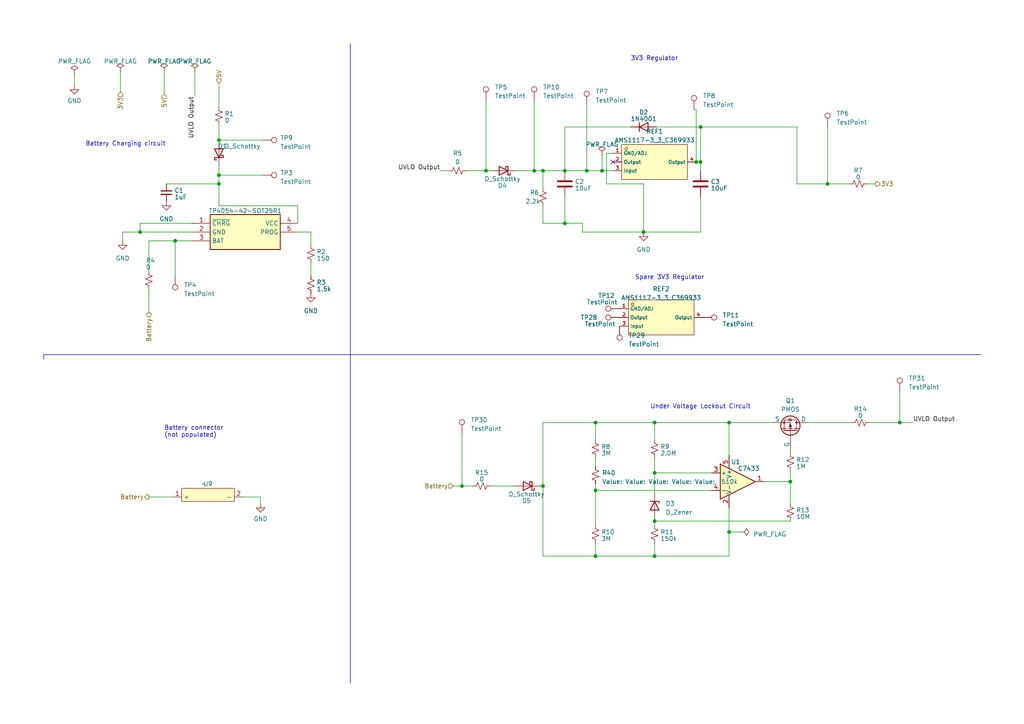
<source format=kicad_sch>
(kicad_sch (version 20230121) (generator eeschema)
  (paper "A4")
  (title_block (title "POWER MODULE") (date "2023-03-13") (rev "2") (company "UCT") (comment 1 "Author: Tinashe Timba"))
  (lib_symbols
    (symbol "Amplifier_Operational:AD8603" (pin_names (offset 0.127))
      (property "Reference" "U" (at 0 5.08 0))
      (property "Value" "AD8603" (at 0 -5.08 0))
      (symbol "AD8603_0_1"
        (polyline (pts (xy -5.08 5.08) (xy 5.08 0) (xy -5.08 -5.08) (xy -5.08 5.08)) (stroke (width 0.254)) (fill (type background)))
        (pin power_in line (at -2.54 -7.62 90) (length 3.81) (name "V-") (number "2"))
        (pin power_in line (at -2.54 7.62 270) (length 3.81) (name "V+") (number "5"))
      )
      (symbol "AD8603_1_1"
        (pin output line (at 7.62 0 180) (length 2.54) (name "~") (number "1"))
        (pin input line (at -7.62 2.54 0) (length 2.54) (name "+") (number "3"))
        (pin input line (at -7.62 -2.54 0) (length 2.54) (name "-") (number "4"))
      )
    )
    (symbol "Battery:18650"
      (property "Reference" "U9" (at 1.27 0 0))
      (property "Value" "~" (at 0 0 0))
      (symbol "18650_0_1"
        (rectangle (start -6.35 -1.27) (end 8.89 -5.08) (fill (type background)))
      )
      (symbol "18650_1_1"
        (pin power_out line (at -8.89 -3.81 0) (length 2.54) (name "+") (number "1"))
        (pin power_out line (at 11.43 -3.81 180) (length 2.54) (name "-") (number "2"))
      )
    )
    (symbol "Connector:TestPoint" (pin_numbers hide) (pin_names (offset 0.762) hide)
      (property "Reference" "TP" (at 0 6.858 0))
      (property "Value" "TestPoint" (at 0 5.08 0))
      (symbol "TestPoint_0_1"
        (circle (center 0 3.302) (radius 0.762))
      )
      (symbol "TestPoint_1_1"
        (pin passive line (at 0 0 90) (length 2.54) (name "1") (number "1"))
      )
    )
    (symbol "D_Schottky_1" (pin_numbers hide) (pin_names (offset 1.016) hide)
      (property "Reference" "D5" (at 0.3175 4.2799 0))
      (property "Value" "D_Schottky" (at 0.3175 2.3589 0))
      (symbol "D_Schottky_1_0_1"
        (polyline (pts (xy 1.27 0) (xy -1.27 0)))
        (polyline (pts (xy 1.27 1.27) (xy 1.27 -1.27) (xy -1.27 0) (xy 1.27 1.27)) (stroke (width 0.254)))
        (polyline (pts (xy -1.905 0.635) (xy -1.905 1.27) (xy -1.27 1.27) (xy -1.27 -1.27) (xy -0.635 -1.27) (xy -0.635 -0.635)) (stroke (width 0.254)))
      )
      (symbol "D_Schottky_1_1_1"
        (pin passive line (at 3.81 0 180) (length 2.54) (name "A") (number "A"))
        (pin passive line (at -3.81 0 0) (length 2.54) (name "K") (number "C"))
      )
    )
    (symbol "D_Schottky_2" (pin_numbers hide) (pin_names (offset 1.016) hide)
      (property "Reference" "D4" (at 0.3175 4.2799 0))
      (property "Value" "D_Schottky" (at 0.3175 2.3589 0))
      (symbol "D_Schottky_2_0_1"
        (polyline (pts (xy 1.27 0) (xy -1.27 0)))
        (polyline (pts (xy 1.27 1.27) (xy 1.27 -1.27) (xy -1.27 0) (xy 1.27 1.27)) (stroke (width 0.254)))
        (polyline (pts (xy -1.905 0.635) (xy -1.905 1.27) (xy -1.27 1.27) (xy -1.27 -1.27) (xy -0.635 -1.27) (xy -0.635 -0.635)) (stroke (width 0.254)))
      )
      (symbol "D_Schottky_2_1_1"
        (pin passive line (at 3.81 0 180) (length 2.54) (name "A") (number "A"))
        (pin passive line (at -3.81 0 0) (length 2.54) (name "K") (number "C"))
      )
    )
    (symbol "Device:C" (pin_numbers hide) (pin_names (offset 0.254))
      (property "Reference" "C" (at 0.635 2.54 0))
      (property "Value" "C" (at 0.635 -2.54 0))
      (symbol "C_0_1"
        (polyline (pts (xy -2.032 -0.762) (xy 2.032 -0.762)) (stroke (width 0.508)))
        (polyline (pts (xy -2.032 0.762) (xy 2.032 0.762)) (stroke (width 0.508)))
      )
      (symbol "C_1_1"
        (pin passive line (at 0 3.81 270) (length 2.794) (name "~") (number "1"))
        (pin passive line (at 0 -3.81 90) (length 2.794) (name "~") (number "2"))
      )
    )
    (symbol "Device:C_Small" (pin_numbers hide) (pin_names (offset 0.254) hide)
      (property "Reference" "C" (at 0.254 1.778 0))
      (property "Value" "C_Small" (at 0.254 -2.032 0))
      (symbol "C_Small_0_1"
        (polyline (pts (xy -1.524 -0.508) (xy 1.524 -0.508)) (stroke (width 0.3302)))
        (polyline (pts (xy -1.524 0.508) (xy 1.524 0.508)) (stroke (width 0.3048)))
      )
      (symbol "C_Small_1_1"
        (pin passive line (at 0 2.54 270) (length 2.032) (name "~") (number "1"))
        (pin passive line (at 0 -2.54 90) (length 2.032) (name "~") (number "2"))
      )
    )
    (symbol "Device:D_Schottky" (pin_numbers hide) (pin_names (offset 1.016) hide)
      (property "Reference" "D1" (at 2.032 0.3262 90))
      (property "Value" "D_Schottky" (at 2.032 -1.5948 90))
      (symbol "D_Schottky_0_1"
        (polyline (pts (xy 1.27 0) (xy -1.27 0)))
        (polyline (pts (xy 1.27 1.27) (xy 1.27 -1.27) (xy -1.27 0) (xy 1.27 1.27)) (stroke (width 0.254)))
        (polyline (pts (xy -1.905 0.635) (xy -1.905 1.27) (xy -1.27 1.27) (xy -1.27 -1.27) (xy -0.635 -1.27) (xy -0.635 -0.635)) (stroke (width 0.254)))
      )
      (symbol "D_Schottky_1_1"
        (pin passive line (at 3.81 0 180) (length 2.54) (name "A") (number "A"))
        (pin passive line (at -3.81 0 0) (length 2.54) (name "K") (number "C"))
      )
    )
    (symbol "Device:D_Zener" (pin_numbers hide) (pin_names (offset 1.016) hide)
      (property "Reference" "D" (at 0 2.54 0))
      (property "Value" "D_Zener" (at 0 -2.54 0))
      (symbol "D_Zener_0_1"
        (polyline (pts (xy 1.27 0) (xy -1.27 0)))
        (polyline (pts (xy -1.27 -1.27) (xy -1.27 1.27) (xy -0.762 1.27)) (stroke (width 0.254)))
        (polyline (pts (xy 1.27 -1.27) (xy 1.27 1.27) (xy -1.27 0) (xy 1.27 -1.27)) (stroke (width 0.254)))
      )
      (symbol "D_Zener_1_1"
        (pin passive line (at -3.81 0 0) (length 2.54) (name "K") (number "1"))
        (pin passive line (at 3.81 0 180) (length 2.54) (name "A") (number "2"))
      )
    )
    (symbol "Device:R_Small_US" (pin_numbers hide) (pin_names (offset 0.254) hide)
      (property "Reference" "R" (at 0.762 0.508 0))
      (property "Value" "R_Small_US" (at 0.762 -1.016 0))
      (symbol "R_Small_US_1_1"
        (polyline (pts (xy 0 0) (xy 1.016 -0.381) (xy 0 -0.762) (xy -1.016 -1.143) (xy 0 -1.524)))
        (polyline (pts (xy 0 1.524) (xy 1.016 1.143) (xy 0 0.762) (xy -1.016 0.381) (xy 0 0)))
        (pin passive line (at 0 2.54 270) (length 1.016) (name "~") (number "1"))
        (pin passive line (at 0 -2.54 90) (length 1.016) (name "~") (number "2"))
      )
    )
    (symbol "Diode:1N4001" (pin_numbers hide) (pin_names hide)
      (property "Reference" "D" (at 0 2.54 0))
      (property "Value" "1N4001" (at 0 -2.54 0))
      (symbol "1N4001_0_1"
        (polyline (pts (xy -1.27 1.27) (xy -1.27 -1.27)) (stroke (width 0.254)))
        (polyline (pts (xy 1.27 0) (xy -1.27 0)))
        (polyline (pts (xy 1.27 1.27) (xy 1.27 -1.27) (xy -1.27 0) (xy 1.27 1.27)) (stroke (width 0.254)))
      )
      (symbol "1N4001_1_1"
        (pin passive line (at -3.81 0 0) (length 2.54) (name "K") (number "1"))
        (pin passive line (at 3.81 0 180) (length 2.54) (name "A") (number "2"))
      )
    )
    (symbol "Simulation_SPICE:PMOS" (pin_numbers hide) (pin_names (offset 0))
      (property "Reference" "Q" (at 5.08 1.27 0))
      (property "Value" "PMOS" (at 5.08 -1.27 0))
      (symbol "PMOS_0_1"
        (polyline (pts (xy 0.254 0) (xy -2.54 0)))
        (polyline (pts (xy 0.254 1.905) (xy 0.254 -1.905)) (stroke (width 0.254)))
        (polyline (pts (xy 0.762 -1.27) (xy 0.762 -2.286)) (stroke (width 0.254)))
        (polyline (pts (xy 0.762 0.508) (xy 0.762 -0.508)) (stroke (width 0.254)))
        (polyline (pts (xy 0.762 2.286) (xy 0.762 1.27)) (stroke (width 0.254)))
        (polyline (pts (xy 2.54 2.54) (xy 2.54 1.778)))
        (polyline (pts (xy 2.54 -2.54) (xy 2.54 0) (xy 0.762 0)))
        (polyline (pts (xy 0.762 1.778) (xy 3.302 1.778) (xy 3.302 -1.778) (xy 0.762 -1.778)))
        (polyline (pts (xy 2.286 0) (xy 1.27 0.381) (xy 1.27 -0.381) (xy 2.286 0)) (fill (type outline)))
        (polyline (pts (xy 2.794 -0.508) (xy 2.921 -0.381) (xy 3.683 -0.381) (xy 3.81 -0.254)))
        (polyline (pts (xy 3.302 -0.381) (xy 2.921 0.254) (xy 3.683 0.254) (xy 3.302 -0.381)))
        (circle (center 1.651 0) (radius 2.794) (stroke (width 0.254)))
        (circle (center 2.54 -1.778) (radius 0.254) (fill (type outline)))
        (circle (center 2.54 1.778) (radius 0.254) (fill (type outline)))
      )
      (symbol "PMOS_1_1"
        (pin passive line (at 2.54 5.08 270) (length 2.54) (name "D") (number "1"))
        (pin input line (at -5.08 0 0) (length 2.54) (name "G") (number "2"))
        (pin passive line (at 2.54 -5.08 90) (length 2.54) (name "S") (number "3"))
      )
    )
    (symbol "TP4054-42-SOT25-R:TP4054-42-SOT25-R"
      (property "Reference" "IC" (at 26.67 7.62 0))
      (property "Value" "TP4054-42-SOT25-R" (at 26.67 5.08 0))
      (symbol "TP4054-42-SOT25-R_1_1"
        (rectangle (start 5.08 2.54) (end 25.4 -7.62) (stroke (width 0.254)) (fill (type background)))
        (pin passive line (at 0 0 0) (length 5.08) (name "~{CHRG}") (number "1"))
        (pin passive line (at 0 -2.54 0) (length 5.08) (name "GND") (number "2"))
        (pin passive line (at 0 -5.08 0) (length 5.08) (name "BAT") (number "3"))
        (pin passive line (at 30.48 0 180) (length 5.08) (name "VCC") (number "4"))
        (pin passive line (at 30.48 -2.54 180) (length 5.08) (name "PROG") (number "5"))
      )
    )
    (symbol "ams:AMS1117-3_3_C369933"
      (property "Reference" "REF" (at 0 1.27 0))
      (property "Value" "AMS1117-3_3_C369933" (at 0 -2.54 0))
      (symbol "AMS1117-3_3_C369933_0_1"
        (rectangle (start -10.16 5.08) (end 8.89 -5.08) (fill (type background)))
        (circle (center -8.89 3.81) (radius 0.381) (fill (type background)))
        (pin unspecified line (at -12.7 2.54 0) (length 2.54) (name "GND/ADJ") (number "1"))
        (pin unspecified line (at -12.7 0 0) (length 2.54) (name "Output") (number "2"))
        (pin unspecified line (at -12.7 -2.54 0) (length 2.54) (name "Input") (number "3"))
        (pin unspecified line (at 11.43 0 180) (length 2.54) (name "Output") (number "4"))
      )
    )
    (symbol "power:GND" (power) (pin_names (offset 0))
      (property "Value" "GND" (at 0 -3.81 0))
      (symbol "GND_0_1"
        (polyline (pts (xy 0 0) (xy 0 -1.27) (xy 1.27 -1.27) (xy 0 -2.54) (xy -1.27 -1.27) (xy 0 -1.27)))
      )
      (symbol "GND_1_1"
        (pin power_in line (at 0 0 270) (length 0) hide (name "GND") (number "1"))
      )
    )
    (symbol "power:PWR_FLAG" (power) (pin_numbers hide) (pin_names (offset 0) hide)
      (property "Value" "PWR_FLAG" (at 0 3.81 0))
      (symbol "PWR_FLAG_0_0"
        (pin power_out line (at 0 0 90) (length 0) (name "pwr") (number "1"))
      )
      (symbol "PWR_FLAG_0_1"
        (polyline (pts (xy 0 0) (xy 0 1.27) (xy -1.016 1.905) (xy 0 2.54) (xy 1.016 1.905) (xy 0 1.27)))
      )
    )
  )
  (junction (at 189.865 161.29))
  (junction (at 157.48 140.97))
  (junction (at 157.48 49.53))
  (junction (at 211.455 154.305))
  (junction (at 172.72 142.24))
  (junction (at 154.94 49.53))
  (junction (at 189.865 137.16))
  (junction (at 172.72 161.29))
  (junction (at 163.83 49.53))
  (junction (at 186.69 67.31))
  (junction (at 140.97 49.53))
  (junction (at 203.2 46.99))
  (junction (at 172.72 122.555))
  (junction (at 240.03 53.34))
  (junction (at 201.93 46.99))
  (junction (at 63.5 40.64))
  (junction (at 63.5 53.34))
  (junction (at 174.625 49.53))
  (junction (at 170.18 49.53))
  (junction (at 163.83 64.77))
  (junction (at 211.455 122.555))
  (junction (at 63.5 50.8))
  (junction (at 260.985 122.555))
  (junction (at 203.2 36.83))
  (junction (at 50.8 69.85))
  (junction (at 189.865 151.13))
  (junction (at 40.64 67.31))
  (junction (at 133.985 140.97))
  (junction (at 189.865 122.555))
  (junction (at 229.235 139.7))
  (no_connect (at 177.8 46.99))
  (wire (pts (xy 86.36 67.31) (xy 90.17 67.31)))
  (wire (pts (xy 133.985 125.73) (xy 133.985 140.97)))
  (wire (pts (xy 186.69 53.34) (xy 186.69 67.31)))
  (wire (pts (xy 40.64 64.77) (xy 40.64 67.31)))
  (wire (pts (xy 260.985 122.555) (xy 264.795 122.555)))
  (wire (pts (xy 43.18 69.85) (xy 43.18 78.74)))
  (wire (pts (xy 203.2 36.83) (xy 231.14 36.83)))
  (wire (pts (xy 229.235 151.13) (xy 189.865 151.13)))
  (wire (pts (xy 40.64 67.31) (xy 55.88 67.31)))
  (wire (pts (xy 63.5 53.34) (xy 63.5 59.69)))
  (wire (pts (xy 157.48 140.97) (xy 157.48 161.29)))
  (wire (pts (xy 189.865 150.495) (xy 189.865 151.13)))
  (wire (pts (xy 175.895 44.45) (xy 175.895 53.34)))
  (wire (pts (xy 189.865 151.13) (xy 189.865 152.4)))
  (wire (pts (xy 172.72 161.29) (xy 189.865 161.29)))
  (wire (pts (xy 47.625 20.955) (xy 47.625 27.305)))
  (wire (pts (xy 182.88 36.83) (xy 163.83 36.83)))
  (wire (pts (xy 63.5 40.64) (xy 76.2 40.64)))
  (wire (pts (xy 63.5 50.8) (xy 63.5 53.34)))
  (wire (pts (xy 201.93 31.75) (xy 201.295 31.75)))
  (wire (pts (xy 163.83 49.53) (xy 170.18 49.53)))
  (polyline (pts (xy 12.7 102.87) (xy 12.7 104.14)))
  (wire (pts (xy 189.865 122.555) (xy 211.455 122.555)))
  (wire (pts (xy 189.865 127.635) (xy 189.865 122.555)))
  (wire (pts (xy 40.64 67.31) (xy 35.56 67.31)))
  (wire (pts (xy 157.48 122.555) (xy 157.48 140.97)))
  (wire (pts (xy 157.48 59.69) (xy 157.48 64.77)))
  (wire (pts (xy 135.255 49.53) (xy 140.97 49.53)))
  (wire (pts (xy 203.2 49.53) (xy 203.2 46.99)))
  (wire (pts (xy 203.2 46.99) (xy 203.2 36.83)))
  (wire (pts (xy 75.565 144.145) (xy 75.565 146.05)))
  (wire (pts (xy 86.36 59.69) (xy 86.36 64.77)))
  (wire (pts (xy 70.485 144.145) (xy 75.565 144.145)))
  (wire (pts (xy 172.72 122.555) (xy 189.865 122.555)))
  (wire (pts (xy 63.5 24.13) (xy 63.5 31.115)))
  (wire (pts (xy 252.095 122.555) (xy 260.985 122.555)))
  (wire (pts (xy 163.83 64.77) (xy 163.83 57.15)))
  (wire (pts (xy 140.97 49.53) (xy 142.24 49.53)))
  (wire (pts (xy 34.925 20.955) (xy 34.925 26.67)))
  (wire (pts (xy 172.72 132.715) (xy 172.72 135.255)))
  (polyline (pts (xy 101.6 102.87) (xy 284.48 102.87)))
  (polyline (pts (xy 101.6 12.7) (xy 101.6 102.87)))
  (wire (pts (xy 240.03 36.83) (xy 240.03 53.34)))
  (wire (pts (xy 201.93 46.99) (xy 201.93 31.75)))
  (polyline (pts (xy 101.6 102.87) (xy 12.7 102.87)))
  (wire (pts (xy 43.18 83.82) (xy 43.18 90.805)))
  (wire (pts (xy 177.8 44.45) (xy 175.895 44.45)))
  (wire (pts (xy 174.625 49.53) (xy 177.8 49.53)))
  (wire (pts (xy 221.615 139.7) (xy 229.235 139.7)))
  (wire (pts (xy 154.94 49.53) (xy 157.48 49.53)))
  (wire (pts (xy 189.865 137.16) (xy 206.375 137.16)))
  (wire (pts (xy 154.94 29.21) (xy 154.94 49.53)))
  (wire (pts (xy 63.5 59.69) (xy 86.36 59.69)))
  (wire (pts (xy 206.375 142.24) (xy 172.72 142.24)))
  (wire (pts (xy 157.48 161.29) (xy 172.72 161.29)))
  (wire (pts (xy 43.18 69.85) (xy 50.8 69.85)))
  (wire (pts (xy 156.845 140.97) (xy 157.48 140.97)))
  (wire (pts (xy 157.48 64.77) (xy 163.83 64.77)))
  (wire (pts (xy 43.18 144.145) (xy 50.165 144.145)))
  (wire (pts (xy 240.03 53.34) (xy 246.38 53.34)))
  (wire (pts (xy 157.48 49.53) (xy 163.83 49.53)))
  (wire (pts (xy 211.455 147.32) (xy 211.455 154.305)))
  (wire (pts (xy 170.18 30.48) (xy 170.18 49.53)))
  (wire (pts (xy 163.83 64.77) (xy 168.91 64.77)))
  (wire (pts (xy 229.235 130.175) (xy 229.235 131.445)))
  (wire (pts (xy 131.445 140.97) (xy 133.985 140.97)))
  (wire (pts (xy 149.86 49.53) (xy 154.94 49.53)))
  (wire (pts (xy 133.985 140.97) (xy 137.16 140.97)))
  (wire (pts (xy 189.865 161.29) (xy 189.865 157.48)))
  (wire (pts (xy 63.5 50.8) (xy 76.2 50.8)))
  (wire (pts (xy 168.91 64.77) (xy 168.91 67.31)))
  (wire (pts (xy 127.635 49.53) (xy 130.175 49.53)))
  (wire (pts (xy 142.24 140.97) (xy 149.225 140.97)))
  (wire (pts (xy 203.2 67.31) (xy 186.69 67.31)))
  (wire (pts (xy 50.8 80.01) (xy 50.8 69.85)))
  (wire (pts (xy 234.315 122.555) (xy 247.015 122.555)))
  (wire (pts (xy 35.56 67.31) (xy 35.56 69.85)))
  (wire (pts (xy 211.455 154.305) (xy 211.455 161.29)))
  (wire (pts (xy 189.865 137.16) (xy 189.865 142.875)))
  (wire (pts (xy 21.59 21.59) (xy 21.59 24.765)))
  (wire (pts (xy 172.72 127.635) (xy 172.72 122.555)))
  (wire (pts (xy 186.69 67.31) (xy 168.91 67.31)))
  (wire (pts (xy 157.48 122.555) (xy 172.72 122.555)))
  (wire (pts (xy 231.14 36.83) (xy 231.14 53.34)))
  (wire (pts (xy 63.5 48.26) (xy 63.5 50.8)))
  (wire (pts (xy 260.985 113.665) (xy 260.985 122.555)))
  (wire (pts (xy 140.97 29.21) (xy 140.97 49.53)))
  (wire (pts (xy 172.72 140.335) (xy 172.72 142.24)))
  (wire (pts (xy 174.625 45.085) (xy 174.625 49.53)))
  (wire (pts (xy 56.515 20.955) (xy 56.515 27.94)))
  (wire (pts (xy 50.8 69.85) (xy 55.88 69.85)))
  (wire (pts (xy 229.235 139.7) (xy 229.235 146.05)))
  (wire (pts (xy 175.895 53.34) (xy 186.69 53.34)))
  (wire (pts (xy 231.14 53.34) (xy 240.03 53.34)))
  (wire (pts (xy 172.72 142.24) (xy 172.72 152.4)))
  (wire (pts (xy 229.235 136.525) (xy 229.235 139.7)))
  (wire (pts (xy 157.48 49.53) (xy 157.48 54.61)))
  (wire (pts (xy 201.93 46.99) (xy 203.2 46.99)))
  (wire (pts (xy 163.83 36.83) (xy 163.83 49.53)))
  (wire (pts (xy 203.2 36.83) (xy 190.5 36.83)))
  (wire (pts (xy 90.17 76.2) (xy 90.17 80.01)))
  (wire (pts (xy 189.865 132.715) (xy 189.865 137.16)))
  (wire (pts (xy 170.18 49.53) (xy 174.625 49.53)))
  (wire (pts (xy 211.455 161.29) (xy 189.865 161.29)))
  (wire (pts (xy 251.46 53.34) (xy 254 53.34)))
  (wire (pts (xy 211.455 122.555) (xy 224.155 122.555)))
  (wire (pts (xy 40.64 64.77) (xy 55.88 64.77)))
  (wire (pts (xy 211.455 154.305) (xy 214.63 154.305)))
  (polyline (pts (xy 101.6 102.87) (xy 101.6 198.12)))
  (wire (pts (xy 90.17 67.31) (xy 90.17 71.12)))
  (wire (pts (xy 203.2 57.15) (xy 203.2 67.31)))
  (wire (pts (xy 211.455 122.555) (xy 211.455 132.08)))
  (wire (pts (xy 172.72 157.48) (xy 172.72 161.29)))
  (wire (pts (xy 48.26 53.34) (xy 63.5 53.34)))
  (wire (pts (xy 63.5 36.195) (xy 63.5 40.64)))
  (text "Battery connector\n(not populated)\n" (at 47.625 127 0) (effects (font (size 1.27 1.27)) (justify left bottom)))
  (text "Spare 3V3 Regulator" (at 184.15 81.28 0) (effects (font (size 1.27 1.27)) (justify left bottom)))
  (text "Under Voltage Lockout Circuit\n" (at 188.595 118.745 0) (effects (font (size 1.27 1.27)) (justify left bottom)))
  (text "3V3 Regulator" (at 182.88 17.78 0) (effects (font (size 1.27 1.27)) (justify left bottom)))
  (text "Battery Charging circuit" (at 24.765 42.545 0) (effects (font (size 1.27 1.27)) (justify left bottom)))
  (label "UVLO Output" (at 127.635 49.53 180))
  (label "UVLO Output" (at 264.795 122.555 0))
  (label "UVLO Output" (at 56.515 27.94 270))
  (hierarchical_label "Battery" (shape output) (at 43.18 90.805 270))
  (hierarchical_label "Battery" (shape input) (at 131.445 140.97 180))
  (hierarchical_label "3V3" (shape output) (at 254 53.34 0))
  (hierarchical_label "Battery" (shape output) (at 43.18 144.145 180))
  (hierarchical_label "5V" (shape input) (at 63.5 24.13 90))
  (hierarchical_label "3V3" (shape input) (at 34.925 26.67 270))
  (hierarchical_label "5V" (shape input) (at 47.625 27.305 270))
  (symbol (lib_id "Connector:TestPoint") (at 240.03 36.83 0) (unit 1)
    (property "Reference" "TP6" (at 242.57 32.893 0) (effects (justify left)))
    (property "Value" "TestPoint" (at 242.57 35.433 0) (effects (justify left)))
    (property "Footprint" "TestPoint:TestPoint_Pad_D2.0mm" (effects hide))
    (property "PART " "    TP6" (effects hide))
  )
  (symbol (lib_id "Battery:18650") (at 59.055 140.335 0) (unit 1)
    (property "Reference" "U9" (at 60.325 140.335 0))
    (property "Value" "~" (at 59.055 140.335 0))
    (property "Footprint" "footprints:18650_Holder_SMD" (effects hide))
  )
  (symbol (lib_id "Device:R_Small_US") (at 172.72 154.94 0) (unit 1)
    (property "Reference" "R10" (at 174.371 154.2963 0) (effects (justify left)))
    (property "Value" "3M" (at 174.371 156.2173 0) (effects (justify left)))
    (property "Footprint" "footprint:R0603" (effects hide))
    (property "PART " "C23156" (effects hide))
    (property "Unit Price" "0.0013" (effects hide))
  )
  (symbol (lib_name "D_Schottky_2") (lib_id "Device:D_Schottky") (at 146.05 49.53 180) (unit 1)
    (property "Reference" "D4" (at 145.7325 53.8099 0))
    (property "Value" "D_Schottky" (at 145.7325 51.8889 0))
    (property "Footprint" "footprint:SOT323_INFINEON" (effects hide))
    (property "Unit Price" "0.0167" (effects hide))
    (property "PART " "    C191023" (effects hide))
  )
  (symbol (lib_id "Connector:TestPoint") (at 179.705 92.075 90) (unit 1)
    (property "Reference" "TP28" (at 170.815 92.075 90))
    (property "Value" "TestPoint" (at 173.99 93.98 90))
    (property "Footprint" "TestPoint:TestPoint_Pad_D2.0mm" (effects hide))
  )
  (symbol (lib_id "Connector:TestPoint") (at 76.2 40.64 270) (unit 1)
    (property "Reference" "TP9" (at 81.28 40.005 90) (effects (justify left)))
    (property "Value" "TestPoint" (at 81.28 42.545 90) (effects (justify left)))
    (property "Footprint" "TestPoint:TestPoint_Pad_D2.0mm" (effects hide))
    (property "PART " "    TP9" (effects hide))
  )
  (symbol (lib_id "Device:R_Small_US") (at 249.555 122.555 90) (unit 1)
    (property "Reference" "R14" (at 249.555 118.6561 90))
    (property "Value" "0" (at 249.555 120.5771 90))
    (property "Footprint" "footprint:RESC1005X40N" (effects hide))
    (property "PART " "   C17168" (effects hide))
    (property "Unit Price" "0.0005" (effects hide))
  )
  (symbol (lib_id "Device:R_Small_US") (at 189.865 154.94 0) (unit 1)
    (property "Reference" "R11" (at 191.516 154.2963 0) (effects (justify left)))
    (property "Value" "150k" (at 191.516 156.2173 0) (effects (justify left)))
    (property "Footprint" "footprint:R0603" (effects hide))
    (property "PART " "C22807" (effects hide))
    (property "Unit Price" "0.0010" (effects hide))
  )
  (symbol (lib_id "Device:R_Small_US") (at 90.17 82.55 0) (unit 1)
    (property "Reference" "R3" (at 91.821 81.9063 0) (effects (justify left)))
    (property "Value" "1.5k" (at 91.821 83.8273 0) (effects (justify left)))
    (property "Footprint" "footprint:R0402" (effects hide))
    (property "PART " "    C25867" (effects hide))
    (property "Unit Price" "0.0005 " (effects hide))
  )
  (symbol (lib_id "power:GND") (at 90.17 85.09 0) (unit 1)
    (property "Reference" "#PWR023" (effects hide))
    (property "Value" "GND" (at 90.17 90.17 0))
  )
  (symbol (lib_id "Device:C_Small") (at 48.26 55.88 0) (unit 1)
    (property "Reference" "C1" (at 50.5841 55.2426 0) (effects (justify left)))
    (property "Value" "1uF" (at 50.5841 57.1636 0) (effects (justify left)))
    (property "Footprint" "footprint:CAPC2012X140N" (effects hide))
    (property "PART " "    C28323" (effects hide))
    (property "Unit Price" "0.0058" (effects hide))
  )
  (symbol (lib_id "Device:R_Small_US") (at 43.18 81.28 0) (unit 1)
    (property "Reference" "R4" (at 42.291 75.5563 0) (effects (justify left)))
    (property "Value" "0" (at 42.291 77.4773 0) (effects (justify left)))
    (property "Footprint" "footprint:RESC1005X40N" (effects hide))
    (property "PART " "   C17168" (effects hide))
    (property "Unit Price" "0.0005" (effects hide))
  )
  (symbol (lib_id "Device:D_Schottky") (at 63.5 44.45 90) (unit 1)
    (property "Reference" "D1" (at 63.1738 42.418 90) (effects (justify right)))
    (property "Value" "D_Schottky" (at 65.0948 42.418 90) (effects (justify right)))
    (property "Footprint" "footprint:SOT323_INFINEON" (effects hide))
    (property "PART " "    C191023" (effects hide))
    (property "Unit Price" "0.0167" (effects hide))
  )
  (symbol (lib_id "Device:R_Small_US") (at 90.17 73.66 0) (unit 1)
    (property "Reference" "R2" (at 91.821 73.0163 0) (effects (justify left)))
    (property "Value" "150" (at 91.821 74.9373 0) (effects (justify left)))
    (property "Footprint" "footprint:R0603" (effects hide))
    (property "PART " "    C22808" (effects hide))
    (property "Unit Price" "0.0010" (effects hide))
  )
  (symbol (lib_id "Simulation_SPICE:PMOS") (at 229.235 125.095 270) (mirror x) (unit 1)
    (property "Reference" "Q1" (at 229.235 116.205 90))
    (property "Value" "PMOS" (at 229.235 118.745 90))
    (property "Footprint" "footprint:SOT-23-3_L3.0-W1.6-P1.90-LS2.8-BR" (effects hide))
    (property "Datasheet" "https://ngspice.sourceforge.io/docs/ngspice-manual.pdf" (effects hide))
    (property "Sim.Device" "PMOS" (effects hide))
    (property "Sim.Type" "VDMOS" (effects hide))
    (property "Sim.Pins" "1=D 2=G 3=S" (effects hide))
    (property "PART " "C2959854" (effects hide))
    (property "Unit Price" "0.0851" (effects hide))
  )
  (symbol (lib_id "Connector:TestPoint") (at 179.705 94.615 180) (unit 1)
    (property "Reference" "TP29" (at 182.245 97.282 0) (effects (justify right)))
    (property "Value" "TestPoint" (at 182.245 99.822 0) (effects (justify right)))
    (property "Footprint" "TestPoint:TestPoint_Pad_D2.0mm" (effects hide))
  )
  (symbol (lib_id "Device:R_Small_US") (at 172.72 137.795 0) (unit 1)
    (property "Reference" "R40" (at 174.625 137.16 0) (effects (justify left)))
    (property "Value" "Value: Value: Value: Value:  510k" (at 174.625 139.7 0) (show_name) (effects (justify left)))
    (property "Footprint" "footprint:R0402" (effects hide))
    (property "PART " "C11616" (effects hide))
    (property "Unit Price" "0.0005" (effects hide))
  )
  (symbol (lib_id "Device:R_Small_US") (at 132.715 49.53 90) (unit 1)
    (property "Reference" "R5" (at 132.715 44.45 90))
    (property "Value" "0" (at 132.715 46.99 90))
    (property "Footprint" "footprint:RESC1005X40N" (effects hide))
    (property "PART " "   C17168" (effects hide))
    (property "Unit Price" "0.0005" (effects hide))
  )
  (symbol (lib_id "Connector:TestPoint") (at 260.985 113.665 0) (unit 1)
    (property "Reference" "TP31" (at 263.525 109.728 0) (effects (justify left)))
    (property "Value" "TestPoint" (at 263.525 112.268 0) (effects (justify left)))
    (property "Footprint" "TestPoint:TestPoint_Pad_D2.0mm" (effects hide))
    (property "PART " "    TP8" (effects hide))
  )
  (symbol (lib_id "Device:C") (at 203.2 53.34 0) (unit 1)
    (property "Reference" "C3" (at 206.121 52.6963 0) (effects (justify left)))
    (property "Value" "10uF" (at 206.121 54.6173 0) (effects (justify left)))
    (property "Footprint" "footprint:CAPC1608X90N" (effects hide))
    (property "Unit Price" "0.0066" (effects hide))
    (property "PART " "    C19702" (effects hide))
  )
  (symbol (lib_name "D_Schottky_1") (lib_id "Device:D_Schottky") (at 153.035 140.97 180) (unit 1)
    (property "Reference" "D5" (at 152.7175 145.2499 0))
    (property "Value" "D_Schottky" (at 152.7175 143.3289 0))
    (property "Footprint" "footprint:SOT323_INFINEON" (effects hide))
    (property "Unit Price" "0.0167" (effects hide))
    (property "PART " "    C191023" (effects hide))
  )
  (symbol (lib_id "Device:R_Small_US") (at 139.7 140.97 90) (unit 1)
    (property "Reference" "R15" (at 139.7 137.0711 90))
    (property "Value" "0" (at 139.7 138.9921 90))
    (property "Footprint" "footprint:RESC1005X40N" (effects hide))
    (property "PART " "   C17168" (effects hide))
    (property "Unit Price" "0.0005" (effects hide))
  )
  (symbol (lib_id "power:GND") (at 35.56 69.85 0) (unit 1)
    (property "Reference" "#PWR024" (effects hide))
    (property "Value" "GND" (at 35.56 74.93 0))
  )
  (symbol (lib_id "Connector:TestPoint") (at 154.94 29.21 0) (unit 1)
    (property "Reference" "TP10" (at 157.48 25.273 0) (effects (justify left)))
    (property "Value" "TestPoint" (at 157.48 27.813 0) (effects (justify left)))
    (property "Footprint" "TestPoint:TestPoint_Pad_D2.0mm" (effects hide))
    (property "PART " "    TP10" (effects hide))
  )
  (symbol (lib_id "power:GND") (at 21.59 24.765 0) (unit 1)
    (property "Reference" "#PWR018" (effects hide))
    (property "Value" "GND" (at 21.59 29.21 0))
  )
  (symbol (lib_id "Device:R_Small_US") (at 229.235 133.985 0) (unit 1)
    (property "Reference" "R12" (at 230.886 133.3413 0) (effects (justify left)))
    (property "Value" "1M" (at 230.886 135.2623 0) (effects (justify left)))
    (property "Footprint" "footprint:R1206" (effects hide))
    (property "PART " "C17927" (effects hide))
    (property "Unit Price" "0.0031" (effects hide))
  )
  (symbol (lib_id "Device:R_Small_US") (at 248.92 53.34 90) (unit 1)
    (property "Reference" "R7" (at 248.92 49.4411 90))
    (property "Value" "0" (at 248.92 51.3621 90))
    (property "Footprint" "footprint:RESC1005X40N" (effects hide))
    (property "PART " "   C17168" (effects hide))
    (property "Unit Price" "0.0005" (effects hide))
  )
  (symbol (lib_id "power:PWR_FLAG") (at 174.625 45.085 0) (unit 1)
    (property "Reference" "#FLG05" (effects hide))
    (property "Value" "PWR_FLAG" (at 174.625 41.91 0))
  )
  (symbol (lib_id "Connector:TestPoint") (at 203.835 92.075 270) (unit 1)
    (property "Reference" "TP11" (at 209.55 91.44 90) (effects (justify left)))
    (property "Value" "TestPoint" (at 209.55 93.98 90) (effects (justify left)))
    (property "Footprint" "TestPoint:TestPoint_Pad_D2.0mm" (effects hide))
  )
  (symbol (lib_id "TP4054-42-SOT25-R:TP4054-42-SOT25-R") (at 55.88 64.77 0) (unit 1)
    (property "Reference" "TP4054-42-SOT25R1" (at 71.12 61.1411 0))
    (property "Value" "~" (at 55.88 64.77 0))
    (property "Footprint" "footprint:SOT-23-5_L3.0-W1.7-P0.95-LS2.8-BL" (effects hide))
    (property "PART " "    C32574" (effects hide))
    (property "Unit Price" "0.1433" (effects hide))
    (property "Height" "1" (effects hide))
    (property "Manufacturer_Name" "TOP POWER" (effects hide))
    (property "Manufacturer_Part_Number" "TP4054-42-SOT25-R" (effects hide))
  )
  (symbol (lib_id "Connector:TestPoint") (at 170.18 30.48 0) (unit 1)
    (property "Reference" "TP7" (at 172.72 26.543 0) (effects (justify left)))
    (property "Value" "TestPoint" (at 172.72 29.083 0) (effects (justify left)))
    (property "Footprint" "TestPoint:TestPoint_Pad_D2.0mm" (effects hide))
    (property "PART " "    TP7" (effects hide))
  )
  (symbol (lib_id "power:PWR_FLAG") (at 214.63 154.305 270) (unit 1)
    (property "Reference" "#FLG06" (effects hide))
    (property "Value" "PWR_FLAG" (at 218.44 154.94 90) (effects (justify left)))
  )
  (symbol (lib_id "power:GND") (at 186.69 67.31 0) (unit 1)
    (property "Reference" "#PWR05" (effects hide))
    (property "Value" "GND" (at 186.69 72.39 0))
  )
  (symbol (lib_id "power:GND") (at 75.565 146.05 0) (unit 1)
    (property "Reference" "#PWR010" (effects hide))
    (property "Value" "GND" (at 75.565 150.495 0))
  )
  (symbol (lib_id "Connector:TestPoint") (at 201.295 31.75 0) (unit 1)
    (property "Reference" "TP8" (at 203.835 27.813 0) (effects (justify left)))
    (property "Value" "TestPoint" (at 203.835 30.353 0) (effects (justify left)))
    (property "Footprint" "TestPoint:TestPoint_Pad_D2.0mm" (effects hide))
    (property "PART " "    TP8" (effects hide))
  )
  (symbol (lib_id "Amplifier_Operational:AD8603") (at 213.995 139.7 0) (unit 1)
    (property "Reference" "U1" (at 213.36 133.985 0))
    (property "Value" "C7433" (at 217.17 135.89 0))
    (property "Footprint" "footprint:SOIC-8_L4.9-W3.9-P1.27-LS6.0-BL" (effects hide))
    (property "Datasheet" "https://www.analog.com/media/en/technical-documentation/data-sheets/AD8603_8607_8609.pdf" (effects hide))
    (property "PART " "C7433" (effects hide))
    (property "Unit Price" "0.2804" (effects hide))
  )
  (symbol (lib_id "power:GND") (at 48.26 58.42 0) (unit 1)
    (property "Reference" "#PWR02" (effects hide))
    (property "Value" "GND" (at 48.26 63.5 0))
  )
  (symbol (lib_id "Connector:TestPoint") (at 140.97 29.21 0) (unit 1)
    (property "Reference" "TP5" (at 143.51 25.273 0) (effects (justify left)))
    (property "Value" "TestPoint" (at 143.51 27.813 0) (effects (justify left)))
    (property "Footprint" "TestPoint:TestPoint_Pad_D2.0mm" (effects hide))
    (property "PART " "    TP5" (effects hide))
  )
  (symbol (lib_id "ams:AMS1117-3_3_C369933") (at 190.5 46.99 0) (unit 1)
    (property "Reference" "REF1" (at 189.865 38.1 0))
    (property "Value" "AMS1117-3_3_C369933" (at 189.865 40.64 0))
    (property "Footprint" "footprint:SOT-223-4_L6.5-W3.5-P2.30-LS7.0-BR" (effects hide))
    (property "Datasheet" "https://item.szlcsc.com/84517.html" (effects hide))
    (property "LCSC" "C369933" (effects hide))
  )
  (symbol (lib_id "ams:AMS1117-3_3_C369933") (at 192.405 92.075 0) (unit 1)
    (property "Reference" "REF2" (at 191.77 83.82 0))
    (property "Value" "AMS1117-3_3_C369933" (at 191.77 86.36 0))
    (property "Footprint" "footprint:SOT-223-4_L6.5-W3.5-P2.30-LS7.0-BR" (effects hide))
    (property "Datasheet" "https://item.szlcsc.com/84517.html" (effects hide))
    (property "LCSC" "C369933" (effects hide))
  )
  (symbol (lib_id "Diode:1N4001") (at 186.69 36.83 0) (unit 1)
    (property "Reference" "D2" (at 186.69 32.5501 0))
    (property "Value" "1N4001" (at 186.69 34.4711 0))
    (property "Footprint" "footprint:SOD-123F_L2.8-W1.8-LS3.7-RD" (effects hide))
    (property "Datasheet" "http://www.vishay.com/docs/88503/1n4001.pdf" (effects hide))
    (property "Sim.Device" "D" (effects hide))
    (property "Sim.Pins" "1=K 2=A" (effects hide))
    (property "Unit Price" "0.0071" (effects hide))
    (property "PART " "C64898" (effects hide))
  )
  (symbol (lib_id "Device:C") (at 163.83 53.34 0) (unit 1)
    (property "Reference" "C2" (at 166.751 52.6963 0) (effects (justify left)))
    (property "Value" "10uF" (at 166.751 54.6173 0) (effects (justify left)))
    (property "Footprint" "footprint:CAPC1608X90N" (effects hide))
    (property "Unit Price" "0.0066" (effects hide))
    (property "PART " "    C19702" (effects hide))
  )
  (symbol (lib_id "power:PWR_FLAG") (at 47.625 20.955 0) (unit 1)
    (property "Reference" "#FLG03" (effects hide))
    (property "Value" "PWR_FLAG" (at 47.625 17.78 0))
  )
  (symbol (lib_id "Device:R_Small_US") (at 157.48 57.15 0) (unit 1)
    (property "Reference" "R6" (at 153.67 55.88 0) (effects (justify left)))
    (property "Value" "2.2k" (at 152.4 58.42 0) (effects (justify left)))
    (property "Footprint" "footprint:RESC1005X40N" (effects hide))
    (property "Unit Price" "0.0017" (effects hide))
    (property "PART " "    C17520" (effects hide))
  )
  (symbol (lib_id "Connector:TestPoint") (at 76.2 50.8 270) (unit 1)
    (property "Reference" "TP3" (at 81.28 50.165 90) (effects (justify left)))
    (property "Value" "TestPoint" (at 81.28 52.705 90) (effects (justify left)))
    (property "Footprint" "TestPoint:TestPoint_Pad_D2.0mm" (effects hide))
    (property "PART " "    TP3" (effects hide))
  )
  (symbol (lib_id "Device:R_Small_US") (at 189.865 130.175 0) (unit 1)
    (property "Reference" "R9" (at 191.516 129.5313 0) (effects (justify left)))
    (property "Value" "2.0M" (at 191.516 131.4523 0) (effects (justify left)))
    (property "Footprint" "footprint:R0603" (effects hide))
    (property "PART " "    C22976" (effects hide))
    (property "Unit Price" "0.0016" (effects hide))
  )
  (symbol (lib_id "Connector:TestPoint") (at 50.8 80.01 180) (unit 1)
    (property "Reference" "TP4" (at 53.34 82.677 0) (effects (justify right)))
    (property "Value" "TestPoint" (at 53.34 85.217 0) (effects (justify right)))
    (property "Footprint" "TestPoint:TestPoint_Pad_D2.0mm" (effects hide))
    (property "PART " "    TP4" (effects hide))
  )
  (symbol (lib_id "Device:R_Small_US") (at 229.235 148.59 0) (unit 1)
    (property "Reference" "R13" (at 230.886 147.9463 0) (effects (justify left)))
    (property "Value" "10M" (at 230.886 149.8673 0) (effects (justify left)))
    (property "Footprint" "footprint:R0805" (effects hide))
    (property "PART " "    C26108" (effects hide))
    (property "Unit Price" "0.0024" (effects hide))
  )
  (symbol (lib_id "Device:R_Small_US") (at 172.72 130.175 0) (unit 1)
    (property "Reference" "R8" (at 174.371 129.5313 0) (effects (justify left)))
    (property "Value" "3M" (at 174.371 131.4523 0) (effects (justify left)))
    (property "Footprint" "footprint:R0603" (effects hide))
    (property "PART " "C23156" (effects hide))
    (property "Unit Price" "0.0013" (effects hide))
  )
  (symbol (lib_id "power:PWR_FLAG") (at 34.925 20.955 0) (unit 1)
    (property "Reference" "#FLG02" (effects hide))
    (property "Value" "PWR_FLAG" (at 34.925 17.78 0))
  )
  (symbol (lib_id "power:PWR_FLAG") (at 21.59 21.59 0) (unit 1)
    (property "Reference" "#FLG01" (effects hide))
    (property "Value" "PWR_FLAG" (at 21.59 17.78 0))
  )
  (symbol (lib_id "Device:D_Zener") (at 189.865 146.685 270) (unit 1)
    (property "Reference" "D3" (at 193.04 146.05 90) (effects (justify left)))
    (property "Value" "D_Zener" (at 193.04 148.59 90) (effects (justify left)))
    (property "Footprint" "footprint:LL-34_L3.5-W1.5-RD" (effects hide))
    (property "PART " "   C8056" (effects hide))
    (property "Unit Price" "0.0111 " (effects hide))
  )
  (symbol (lib_id "Device:R_Small_US") (at 63.5 33.655 0) (unit 1)
    (property "Reference" "R1" (at 65.151 33.0113 0) (effects (justify left)))
    (property "Value" "0" (at 65.151 34.9323 0) (effects (justify left)))
    (property "Footprint" "footprint:RESC1005X40N" (effects hide))
    (property "PART " "   C17168" (effects hide))
    (property "Unit Price" "0.0005" (effects hide))
  )
  (symbol (lib_id "power:PWR_FLAG") (at 56.515 20.955 0) (unit 1)
    (property "Reference" "#FLG04" (effects hide))
    (property "Value" "PWR_FLAG" (at 56.515 17.78 0))
  )
  (symbol (lib_id "Connector:TestPoint") (at 133.985 125.73 0) (unit 1)
    (property "Reference" "TP30" (at 136.525 121.793 0) (effects (justify left)))
    (property "Value" "TestPoint" (at 136.525 124.333 0) (effects (justify left)))
    (property "Footprint" "TestPoint:TestPoint_Pad_D2.0mm" (effects hide))
    (property "PART " "    TP8" (effects hide))
  )
  (symbol (lib_id "Connector:TestPoint") (at 179.705 89.535 90) (unit 1)
    (property "Reference" "TP12" (at 175.895 85.725 90))
    (property "Value" "TestPoint" (at 174.625 87.63 90))
    (property "Footprint" "TestPoint:TestPoint_Pad_D2.0mm" (effects hide))
  )
)
</source>
